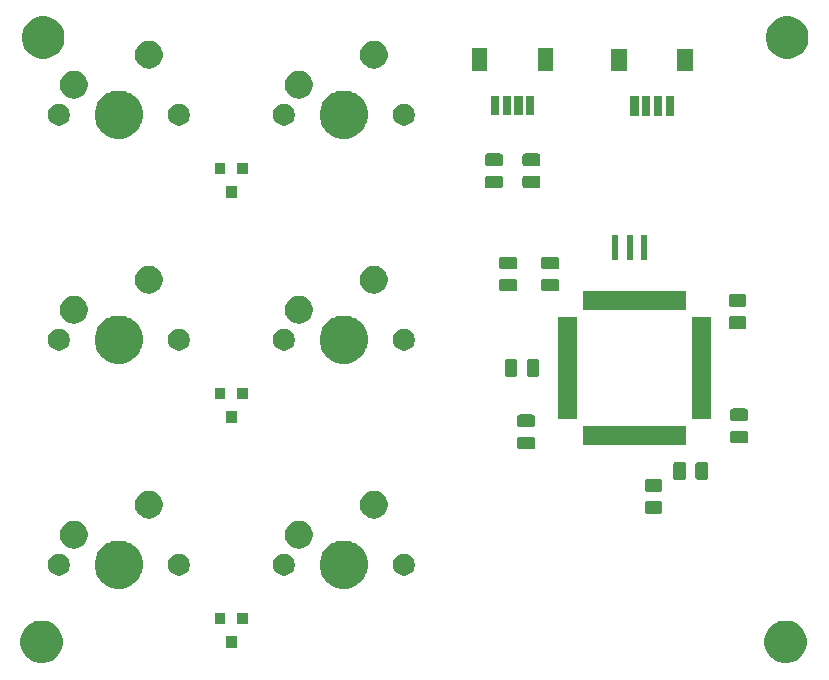
<source format=gbs>
G04 #@! TF.GenerationSoftware,KiCad,Pcbnew,(5.1.2)-2*
G04 #@! TF.CreationDate,2020-07-12T21:59:46+03:00*
G04 #@! TF.ProjectId,KB-Prototype,4b422d50-726f-4746-9f74-7970652e6b69,rev?*
G04 #@! TF.SameCoordinates,Original*
G04 #@! TF.FileFunction,Soldermask,Bot*
G04 #@! TF.FilePolarity,Negative*
%FSLAX46Y46*%
G04 Gerber Fmt 4.6, Leading zero omitted, Abs format (unit mm)*
G04 Created by KiCad (PCBNEW (5.1.2)-2) date 2020-07-12 21:59:46*
%MOMM*%
%LPD*%
G04 APERTURE LIST*
%ADD10C,0.100000*%
G04 APERTURE END LIST*
D10*
G36*
X90314331Y-76246211D02*
G01*
X90642092Y-76381974D01*
X90937070Y-76579072D01*
X91187928Y-76829930D01*
X91385026Y-77124908D01*
X91520789Y-77452669D01*
X91590000Y-77800616D01*
X91590000Y-78155384D01*
X91520789Y-78503331D01*
X91385026Y-78831092D01*
X91187928Y-79126070D01*
X90937070Y-79376928D01*
X90642092Y-79574026D01*
X90314331Y-79709789D01*
X89966384Y-79779000D01*
X89611616Y-79779000D01*
X89263669Y-79709789D01*
X88935908Y-79574026D01*
X88640930Y-79376928D01*
X88390072Y-79126070D01*
X88192974Y-78831092D01*
X88057211Y-78503331D01*
X87988000Y-78155384D01*
X87988000Y-77800616D01*
X88057211Y-77452669D01*
X88192974Y-77124908D01*
X88390072Y-76829930D01*
X88640930Y-76579072D01*
X88935908Y-76381974D01*
X89263669Y-76246211D01*
X89611616Y-76177000D01*
X89966384Y-76177000D01*
X90314331Y-76246211D01*
X90314331Y-76246211D01*
G37*
G36*
X27322331Y-76246211D02*
G01*
X27650092Y-76381974D01*
X27945070Y-76579072D01*
X28195928Y-76829930D01*
X28393026Y-77124908D01*
X28528789Y-77452669D01*
X28598000Y-77800616D01*
X28598000Y-78155384D01*
X28528789Y-78503331D01*
X28393026Y-78831092D01*
X28195928Y-79126070D01*
X27945070Y-79376928D01*
X27650092Y-79574026D01*
X27322331Y-79709789D01*
X26974384Y-79779000D01*
X26619616Y-79779000D01*
X26271669Y-79709789D01*
X25943908Y-79574026D01*
X25648930Y-79376928D01*
X25398072Y-79126070D01*
X25200974Y-78831092D01*
X25065211Y-78503331D01*
X24996000Y-78155384D01*
X24996000Y-77800616D01*
X25065211Y-77452669D01*
X25200974Y-77124908D01*
X25398072Y-76829930D01*
X25648930Y-76579072D01*
X25943908Y-76381974D01*
X26271669Y-76246211D01*
X26619616Y-76177000D01*
X26974384Y-76177000D01*
X27322331Y-76246211D01*
X27322331Y-76246211D01*
G37*
G36*
X43313500Y-78494750D02*
G01*
X42411500Y-78494750D01*
X42411500Y-77492750D01*
X43313500Y-77492750D01*
X43313500Y-78494750D01*
X43313500Y-78494750D01*
G37*
G36*
X44263500Y-76494750D02*
G01*
X43361500Y-76494750D01*
X43361500Y-75492750D01*
X44263500Y-75492750D01*
X44263500Y-76494750D01*
X44263500Y-76494750D01*
G37*
G36*
X42363500Y-76494750D02*
G01*
X41461500Y-76494750D01*
X41461500Y-75492750D01*
X42363500Y-75492750D01*
X42363500Y-76494750D01*
X42363500Y-76494750D01*
G37*
G36*
X52983974Y-69471184D02*
G01*
X53201974Y-69561483D01*
X53356123Y-69625333D01*
X53691048Y-69849123D01*
X53975877Y-70133952D01*
X54199667Y-70468877D01*
X54232062Y-70547086D01*
X54353816Y-70841026D01*
X54432400Y-71236094D01*
X54432400Y-71638906D01*
X54353816Y-72033974D01*
X54302951Y-72156772D01*
X54199667Y-72406123D01*
X53975877Y-72741048D01*
X53691048Y-73025877D01*
X53356123Y-73249667D01*
X53201974Y-73313517D01*
X52983974Y-73403816D01*
X52588906Y-73482400D01*
X52186094Y-73482400D01*
X51791026Y-73403816D01*
X51573026Y-73313517D01*
X51418877Y-73249667D01*
X51083952Y-73025877D01*
X50799123Y-72741048D01*
X50575333Y-72406123D01*
X50472049Y-72156772D01*
X50421184Y-72033974D01*
X50342600Y-71638906D01*
X50342600Y-71236094D01*
X50421184Y-70841026D01*
X50542938Y-70547086D01*
X50575333Y-70468877D01*
X50799123Y-70133952D01*
X51083952Y-69849123D01*
X51418877Y-69625333D01*
X51573026Y-69561483D01*
X51791026Y-69471184D01*
X52186094Y-69392600D01*
X52588906Y-69392600D01*
X52983974Y-69471184D01*
X52983974Y-69471184D01*
G37*
G36*
X33933974Y-69471184D02*
G01*
X34151974Y-69561483D01*
X34306123Y-69625333D01*
X34641048Y-69849123D01*
X34925877Y-70133952D01*
X35149667Y-70468877D01*
X35182062Y-70547086D01*
X35303816Y-70841026D01*
X35382400Y-71236094D01*
X35382400Y-71638906D01*
X35303816Y-72033974D01*
X35252951Y-72156772D01*
X35149667Y-72406123D01*
X34925877Y-72741048D01*
X34641048Y-73025877D01*
X34306123Y-73249667D01*
X34151974Y-73313517D01*
X33933974Y-73403816D01*
X33538906Y-73482400D01*
X33136094Y-73482400D01*
X32741026Y-73403816D01*
X32523026Y-73313517D01*
X32368877Y-73249667D01*
X32033952Y-73025877D01*
X31749123Y-72741048D01*
X31525333Y-72406123D01*
X31422049Y-72156772D01*
X31371184Y-72033974D01*
X31292600Y-71638906D01*
X31292600Y-71236094D01*
X31371184Y-70841026D01*
X31492938Y-70547086D01*
X31525333Y-70468877D01*
X31749123Y-70133952D01*
X32033952Y-69849123D01*
X32368877Y-69625333D01*
X32523026Y-69561483D01*
X32741026Y-69471184D01*
X33136094Y-69392600D01*
X33538906Y-69392600D01*
X33933974Y-69471184D01*
X33933974Y-69471184D01*
G37*
G36*
X28527604Y-70547085D02*
G01*
X28696126Y-70616889D01*
X28847791Y-70718228D01*
X28976772Y-70847209D01*
X29078111Y-70998874D01*
X29147915Y-71167396D01*
X29183500Y-71346297D01*
X29183500Y-71528703D01*
X29147915Y-71707604D01*
X29078111Y-71876126D01*
X28976772Y-72027791D01*
X28847791Y-72156772D01*
X28696126Y-72258111D01*
X28527604Y-72327915D01*
X28348703Y-72363500D01*
X28166297Y-72363500D01*
X27987396Y-72327915D01*
X27818874Y-72258111D01*
X27667209Y-72156772D01*
X27538228Y-72027791D01*
X27436889Y-71876126D01*
X27367085Y-71707604D01*
X27331500Y-71528703D01*
X27331500Y-71346297D01*
X27367085Y-71167396D01*
X27436889Y-70998874D01*
X27538228Y-70847209D01*
X27667209Y-70718228D01*
X27818874Y-70616889D01*
X27987396Y-70547085D01*
X28166297Y-70511500D01*
X28348703Y-70511500D01*
X28527604Y-70547085D01*
X28527604Y-70547085D01*
G37*
G36*
X47577604Y-70547085D02*
G01*
X47746126Y-70616889D01*
X47897791Y-70718228D01*
X48026772Y-70847209D01*
X48128111Y-70998874D01*
X48197915Y-71167396D01*
X48233500Y-71346297D01*
X48233500Y-71528703D01*
X48197915Y-71707604D01*
X48128111Y-71876126D01*
X48026772Y-72027791D01*
X47897791Y-72156772D01*
X47746126Y-72258111D01*
X47577604Y-72327915D01*
X47398703Y-72363500D01*
X47216297Y-72363500D01*
X47037396Y-72327915D01*
X46868874Y-72258111D01*
X46717209Y-72156772D01*
X46588228Y-72027791D01*
X46486889Y-71876126D01*
X46417085Y-71707604D01*
X46381500Y-71528703D01*
X46381500Y-71346297D01*
X46417085Y-71167396D01*
X46486889Y-70998874D01*
X46588228Y-70847209D01*
X46717209Y-70718228D01*
X46868874Y-70616889D01*
X47037396Y-70547085D01*
X47216297Y-70511500D01*
X47398703Y-70511500D01*
X47577604Y-70547085D01*
X47577604Y-70547085D01*
G37*
G36*
X57737604Y-70547085D02*
G01*
X57906126Y-70616889D01*
X58057791Y-70718228D01*
X58186772Y-70847209D01*
X58288111Y-70998874D01*
X58357915Y-71167396D01*
X58393500Y-71346297D01*
X58393500Y-71528703D01*
X58357915Y-71707604D01*
X58288111Y-71876126D01*
X58186772Y-72027791D01*
X58057791Y-72156772D01*
X57906126Y-72258111D01*
X57737604Y-72327915D01*
X57558703Y-72363500D01*
X57376297Y-72363500D01*
X57197396Y-72327915D01*
X57028874Y-72258111D01*
X56877209Y-72156772D01*
X56748228Y-72027791D01*
X56646889Y-71876126D01*
X56577085Y-71707604D01*
X56541500Y-71528703D01*
X56541500Y-71346297D01*
X56577085Y-71167396D01*
X56646889Y-70998874D01*
X56748228Y-70847209D01*
X56877209Y-70718228D01*
X57028874Y-70616889D01*
X57197396Y-70547085D01*
X57376297Y-70511500D01*
X57558703Y-70511500D01*
X57737604Y-70547085D01*
X57737604Y-70547085D01*
G37*
G36*
X38687604Y-70547085D02*
G01*
X38856126Y-70616889D01*
X39007791Y-70718228D01*
X39136772Y-70847209D01*
X39238111Y-70998874D01*
X39307915Y-71167396D01*
X39343500Y-71346297D01*
X39343500Y-71528703D01*
X39307915Y-71707604D01*
X39238111Y-71876126D01*
X39136772Y-72027791D01*
X39007791Y-72156772D01*
X38856126Y-72258111D01*
X38687604Y-72327915D01*
X38508703Y-72363500D01*
X38326297Y-72363500D01*
X38147396Y-72327915D01*
X37978874Y-72258111D01*
X37827209Y-72156772D01*
X37698228Y-72027791D01*
X37596889Y-71876126D01*
X37527085Y-71707604D01*
X37491500Y-71528703D01*
X37491500Y-71346297D01*
X37527085Y-71167396D01*
X37596889Y-70998874D01*
X37698228Y-70847209D01*
X37827209Y-70718228D01*
X37978874Y-70616889D01*
X38147396Y-70547085D01*
X38326297Y-70511500D01*
X38508703Y-70511500D01*
X38687604Y-70547085D01*
X38687604Y-70547085D01*
G37*
G36*
X29719060Y-67736564D02*
G01*
X29870527Y-67766693D01*
X30084545Y-67855342D01*
X30084546Y-67855343D01*
X30277154Y-67984039D01*
X30440961Y-68147846D01*
X30526758Y-68276251D01*
X30569658Y-68340455D01*
X30658307Y-68554473D01*
X30703500Y-68781674D01*
X30703500Y-69013326D01*
X30658307Y-69240527D01*
X30569658Y-69454545D01*
X30569657Y-69454546D01*
X30440961Y-69647154D01*
X30277154Y-69810961D01*
X30220040Y-69849123D01*
X30084545Y-69939658D01*
X29870527Y-70028307D01*
X29719060Y-70058436D01*
X29643327Y-70073500D01*
X29411673Y-70073500D01*
X29335940Y-70058436D01*
X29184473Y-70028307D01*
X28970455Y-69939658D01*
X28834960Y-69849123D01*
X28777846Y-69810961D01*
X28614039Y-69647154D01*
X28485343Y-69454546D01*
X28485342Y-69454545D01*
X28396693Y-69240527D01*
X28351500Y-69013326D01*
X28351500Y-68781674D01*
X28396693Y-68554473D01*
X28485342Y-68340455D01*
X28528242Y-68276251D01*
X28614039Y-68147846D01*
X28777846Y-67984039D01*
X28970454Y-67855343D01*
X28970455Y-67855342D01*
X29184473Y-67766693D01*
X29335940Y-67736564D01*
X29411673Y-67721500D01*
X29643327Y-67721500D01*
X29719060Y-67736564D01*
X29719060Y-67736564D01*
G37*
G36*
X48769060Y-67736564D02*
G01*
X48920527Y-67766693D01*
X49134545Y-67855342D01*
X49134546Y-67855343D01*
X49327154Y-67984039D01*
X49490961Y-68147846D01*
X49576758Y-68276251D01*
X49619658Y-68340455D01*
X49708307Y-68554473D01*
X49753500Y-68781674D01*
X49753500Y-69013326D01*
X49708307Y-69240527D01*
X49619658Y-69454545D01*
X49619657Y-69454546D01*
X49490961Y-69647154D01*
X49327154Y-69810961D01*
X49270040Y-69849123D01*
X49134545Y-69939658D01*
X48920527Y-70028307D01*
X48769060Y-70058436D01*
X48693327Y-70073500D01*
X48461673Y-70073500D01*
X48385940Y-70058436D01*
X48234473Y-70028307D01*
X48020455Y-69939658D01*
X47884960Y-69849123D01*
X47827846Y-69810961D01*
X47664039Y-69647154D01*
X47535343Y-69454546D01*
X47535342Y-69454545D01*
X47446693Y-69240527D01*
X47401500Y-69013326D01*
X47401500Y-68781674D01*
X47446693Y-68554473D01*
X47535342Y-68340455D01*
X47578242Y-68276251D01*
X47664039Y-68147846D01*
X47827846Y-67984039D01*
X48020454Y-67855343D01*
X48020455Y-67855342D01*
X48234473Y-67766693D01*
X48385940Y-67736564D01*
X48461673Y-67721500D01*
X48693327Y-67721500D01*
X48769060Y-67736564D01*
X48769060Y-67736564D01*
G37*
G36*
X55119060Y-65196564D02*
G01*
X55270527Y-65226693D01*
X55484545Y-65315342D01*
X55484546Y-65315343D01*
X55677154Y-65444039D01*
X55840961Y-65607846D01*
X55926758Y-65736251D01*
X55969658Y-65800455D01*
X56058307Y-66014473D01*
X56103500Y-66241674D01*
X56103500Y-66473326D01*
X56058307Y-66700527D01*
X55969658Y-66914545D01*
X55964602Y-66922112D01*
X55840961Y-67107154D01*
X55677154Y-67270961D01*
X55548749Y-67356758D01*
X55484545Y-67399658D01*
X55270527Y-67488307D01*
X55119060Y-67518436D01*
X55043327Y-67533500D01*
X54811673Y-67533500D01*
X54735940Y-67518436D01*
X54584473Y-67488307D01*
X54370455Y-67399658D01*
X54306251Y-67356758D01*
X54177846Y-67270961D01*
X54014039Y-67107154D01*
X53890398Y-66922112D01*
X53885342Y-66914545D01*
X53796693Y-66700527D01*
X53751500Y-66473326D01*
X53751500Y-66241674D01*
X53796693Y-66014473D01*
X53885342Y-65800455D01*
X53928242Y-65736251D01*
X54014039Y-65607846D01*
X54177846Y-65444039D01*
X54370454Y-65315343D01*
X54370455Y-65315342D01*
X54584473Y-65226693D01*
X54735940Y-65196564D01*
X54811673Y-65181500D01*
X55043327Y-65181500D01*
X55119060Y-65196564D01*
X55119060Y-65196564D01*
G37*
G36*
X36069060Y-65196564D02*
G01*
X36220527Y-65226693D01*
X36434545Y-65315342D01*
X36434546Y-65315343D01*
X36627154Y-65444039D01*
X36790961Y-65607846D01*
X36876758Y-65736251D01*
X36919658Y-65800455D01*
X37008307Y-66014473D01*
X37053500Y-66241674D01*
X37053500Y-66473326D01*
X37008307Y-66700527D01*
X36919658Y-66914545D01*
X36914602Y-66922112D01*
X36790961Y-67107154D01*
X36627154Y-67270961D01*
X36498749Y-67356758D01*
X36434545Y-67399658D01*
X36220527Y-67488307D01*
X36069060Y-67518436D01*
X35993327Y-67533500D01*
X35761673Y-67533500D01*
X35685940Y-67518436D01*
X35534473Y-67488307D01*
X35320455Y-67399658D01*
X35256251Y-67356758D01*
X35127846Y-67270961D01*
X34964039Y-67107154D01*
X34840398Y-66922112D01*
X34835342Y-66914545D01*
X34746693Y-66700527D01*
X34701500Y-66473326D01*
X34701500Y-66241674D01*
X34746693Y-66014473D01*
X34835342Y-65800455D01*
X34878242Y-65736251D01*
X34964039Y-65607846D01*
X35127846Y-65444039D01*
X35320454Y-65315343D01*
X35320455Y-65315342D01*
X35534473Y-65226693D01*
X35685940Y-65196564D01*
X35761673Y-65181500D01*
X35993327Y-65181500D01*
X36069060Y-65196564D01*
X36069060Y-65196564D01*
G37*
G36*
X79197468Y-66062565D02*
G01*
X79236138Y-66074296D01*
X79271777Y-66093346D01*
X79303017Y-66118983D01*
X79328654Y-66150223D01*
X79347704Y-66185862D01*
X79359435Y-66224532D01*
X79364000Y-66270888D01*
X79364000Y-66922112D01*
X79359435Y-66968468D01*
X79347704Y-67007138D01*
X79328654Y-67042777D01*
X79303017Y-67074017D01*
X79271777Y-67099654D01*
X79236138Y-67118704D01*
X79197468Y-67130435D01*
X79151112Y-67135000D01*
X78074888Y-67135000D01*
X78028532Y-67130435D01*
X77989862Y-67118704D01*
X77954223Y-67099654D01*
X77922983Y-67074017D01*
X77897346Y-67042777D01*
X77878296Y-67007138D01*
X77866565Y-66968468D01*
X77862000Y-66922112D01*
X77862000Y-66270888D01*
X77866565Y-66224532D01*
X77878296Y-66185862D01*
X77897346Y-66150223D01*
X77922983Y-66118983D01*
X77954223Y-66093346D01*
X77989862Y-66074296D01*
X78028532Y-66062565D01*
X78074888Y-66058000D01*
X79151112Y-66058000D01*
X79197468Y-66062565D01*
X79197468Y-66062565D01*
G37*
G36*
X79197468Y-64187565D02*
G01*
X79236138Y-64199296D01*
X79271777Y-64218346D01*
X79303017Y-64243983D01*
X79328654Y-64275223D01*
X79347704Y-64310862D01*
X79359435Y-64349532D01*
X79364000Y-64395888D01*
X79364000Y-65047112D01*
X79359435Y-65093468D01*
X79347704Y-65132138D01*
X79328654Y-65167777D01*
X79303017Y-65199017D01*
X79271777Y-65224654D01*
X79236138Y-65243704D01*
X79197468Y-65255435D01*
X79151112Y-65260000D01*
X78074888Y-65260000D01*
X78028532Y-65255435D01*
X77989862Y-65243704D01*
X77954223Y-65224654D01*
X77922983Y-65199017D01*
X77897346Y-65167777D01*
X77878296Y-65132138D01*
X77866565Y-65093468D01*
X77862000Y-65047112D01*
X77862000Y-64395888D01*
X77866565Y-64349532D01*
X77878296Y-64310862D01*
X77897346Y-64275223D01*
X77922983Y-64243983D01*
X77954223Y-64218346D01*
X77989862Y-64199296D01*
X78028532Y-64187565D01*
X78074888Y-64183000D01*
X79151112Y-64183000D01*
X79197468Y-64187565D01*
X79197468Y-64187565D01*
G37*
G36*
X83065718Y-62753565D02*
G01*
X83104388Y-62765296D01*
X83140027Y-62784346D01*
X83171267Y-62809983D01*
X83196904Y-62841223D01*
X83215954Y-62876862D01*
X83227685Y-62915532D01*
X83232250Y-62961888D01*
X83232250Y-64038112D01*
X83227685Y-64084468D01*
X83215954Y-64123138D01*
X83196904Y-64158777D01*
X83171267Y-64190017D01*
X83140027Y-64215654D01*
X83104388Y-64234704D01*
X83065718Y-64246435D01*
X83019362Y-64251000D01*
X82368138Y-64251000D01*
X82321782Y-64246435D01*
X82283112Y-64234704D01*
X82247473Y-64215654D01*
X82216233Y-64190017D01*
X82190596Y-64158777D01*
X82171546Y-64123138D01*
X82159815Y-64084468D01*
X82155250Y-64038112D01*
X82155250Y-62961888D01*
X82159815Y-62915532D01*
X82171546Y-62876862D01*
X82190596Y-62841223D01*
X82216233Y-62809983D01*
X82247473Y-62784346D01*
X82283112Y-62765296D01*
X82321782Y-62753565D01*
X82368138Y-62749000D01*
X83019362Y-62749000D01*
X83065718Y-62753565D01*
X83065718Y-62753565D01*
G37*
G36*
X81190718Y-62753565D02*
G01*
X81229388Y-62765296D01*
X81265027Y-62784346D01*
X81296267Y-62809983D01*
X81321904Y-62841223D01*
X81340954Y-62876862D01*
X81352685Y-62915532D01*
X81357250Y-62961888D01*
X81357250Y-64038112D01*
X81352685Y-64084468D01*
X81340954Y-64123138D01*
X81321904Y-64158777D01*
X81296267Y-64190017D01*
X81265027Y-64215654D01*
X81229388Y-64234704D01*
X81190718Y-64246435D01*
X81144362Y-64251000D01*
X80493138Y-64251000D01*
X80446782Y-64246435D01*
X80408112Y-64234704D01*
X80372473Y-64215654D01*
X80341233Y-64190017D01*
X80315596Y-64158777D01*
X80296546Y-64123138D01*
X80284815Y-64084468D01*
X80280250Y-64038112D01*
X80280250Y-62961888D01*
X80284815Y-62915532D01*
X80296546Y-62876862D01*
X80315596Y-62841223D01*
X80341233Y-62809983D01*
X80372473Y-62784346D01*
X80408112Y-62765296D01*
X80446782Y-62753565D01*
X80493138Y-62749000D01*
X81144362Y-62749000D01*
X81190718Y-62753565D01*
X81190718Y-62753565D01*
G37*
G36*
X68402468Y-60601565D02*
G01*
X68441138Y-60613296D01*
X68476777Y-60632346D01*
X68508017Y-60657983D01*
X68533654Y-60689223D01*
X68552704Y-60724862D01*
X68564435Y-60763532D01*
X68569000Y-60809888D01*
X68569000Y-61461112D01*
X68564435Y-61507468D01*
X68552704Y-61546138D01*
X68533654Y-61581777D01*
X68508017Y-61613017D01*
X68476777Y-61638654D01*
X68441138Y-61657704D01*
X68402468Y-61669435D01*
X68356112Y-61674000D01*
X67279888Y-61674000D01*
X67233532Y-61669435D01*
X67194862Y-61657704D01*
X67159223Y-61638654D01*
X67127983Y-61613017D01*
X67102346Y-61581777D01*
X67083296Y-61546138D01*
X67071565Y-61507468D01*
X67067000Y-61461112D01*
X67067000Y-60809888D01*
X67071565Y-60763532D01*
X67083296Y-60724862D01*
X67102346Y-60689223D01*
X67127983Y-60657983D01*
X67159223Y-60632346D01*
X67194862Y-60613296D01*
X67233532Y-60601565D01*
X67279888Y-60597000D01*
X68356112Y-60597000D01*
X68402468Y-60601565D01*
X68402468Y-60601565D01*
G37*
G36*
X81319750Y-61269750D02*
G01*
X72667750Y-61269750D01*
X72667750Y-59667750D01*
X81319750Y-59667750D01*
X81319750Y-61269750D01*
X81319750Y-61269750D01*
G37*
G36*
X86436468Y-60093565D02*
G01*
X86475138Y-60105296D01*
X86510777Y-60124346D01*
X86542017Y-60149983D01*
X86567654Y-60181223D01*
X86586704Y-60216862D01*
X86598435Y-60255532D01*
X86603000Y-60301888D01*
X86603000Y-60953112D01*
X86598435Y-60999468D01*
X86586704Y-61038138D01*
X86567654Y-61073777D01*
X86542017Y-61105017D01*
X86510777Y-61130654D01*
X86475138Y-61149704D01*
X86436468Y-61161435D01*
X86390112Y-61166000D01*
X85313888Y-61166000D01*
X85267532Y-61161435D01*
X85228862Y-61149704D01*
X85193223Y-61130654D01*
X85161983Y-61105017D01*
X85136346Y-61073777D01*
X85117296Y-61038138D01*
X85105565Y-60999468D01*
X85101000Y-60953112D01*
X85101000Y-60301888D01*
X85105565Y-60255532D01*
X85117296Y-60216862D01*
X85136346Y-60181223D01*
X85161983Y-60149983D01*
X85193223Y-60124346D01*
X85228862Y-60105296D01*
X85267532Y-60093565D01*
X85313888Y-60089000D01*
X86390112Y-60089000D01*
X86436468Y-60093565D01*
X86436468Y-60093565D01*
G37*
G36*
X68402468Y-58726565D02*
G01*
X68441138Y-58738296D01*
X68476777Y-58757346D01*
X68508017Y-58782983D01*
X68533654Y-58814223D01*
X68552704Y-58849862D01*
X68564435Y-58888532D01*
X68569000Y-58934888D01*
X68569000Y-59586112D01*
X68564435Y-59632468D01*
X68552704Y-59671138D01*
X68533654Y-59706777D01*
X68508017Y-59738017D01*
X68476777Y-59763654D01*
X68441138Y-59782704D01*
X68402468Y-59794435D01*
X68356112Y-59799000D01*
X67279888Y-59799000D01*
X67233532Y-59794435D01*
X67194862Y-59782704D01*
X67159223Y-59763654D01*
X67127983Y-59738017D01*
X67102346Y-59706777D01*
X67083296Y-59671138D01*
X67071565Y-59632468D01*
X67067000Y-59586112D01*
X67067000Y-58934888D01*
X67071565Y-58888532D01*
X67083296Y-58849862D01*
X67102346Y-58814223D01*
X67127983Y-58782983D01*
X67159223Y-58757346D01*
X67194862Y-58738296D01*
X67233532Y-58726565D01*
X67279888Y-58722000D01*
X68356112Y-58722000D01*
X68402468Y-58726565D01*
X68402468Y-58726565D01*
G37*
G36*
X43313500Y-59444750D02*
G01*
X42411500Y-59444750D01*
X42411500Y-58442750D01*
X43313500Y-58442750D01*
X43313500Y-59444750D01*
X43313500Y-59444750D01*
G37*
G36*
X86436468Y-58218565D02*
G01*
X86475138Y-58230296D01*
X86510777Y-58249346D01*
X86542017Y-58274983D01*
X86567654Y-58306223D01*
X86586704Y-58341862D01*
X86598435Y-58380532D01*
X86603000Y-58426888D01*
X86603000Y-59078112D01*
X86598435Y-59124468D01*
X86586704Y-59163138D01*
X86567654Y-59198777D01*
X86542017Y-59230017D01*
X86510777Y-59255654D01*
X86475138Y-59274704D01*
X86436468Y-59286435D01*
X86390112Y-59291000D01*
X85313888Y-59291000D01*
X85267532Y-59286435D01*
X85228862Y-59274704D01*
X85193223Y-59255654D01*
X85161983Y-59230017D01*
X85136346Y-59198777D01*
X85117296Y-59163138D01*
X85105565Y-59124468D01*
X85101000Y-59078112D01*
X85101000Y-58426888D01*
X85105565Y-58380532D01*
X85117296Y-58341862D01*
X85136346Y-58306223D01*
X85161983Y-58274983D01*
X85193223Y-58249346D01*
X85228862Y-58230296D01*
X85267532Y-58218565D01*
X85313888Y-58214000D01*
X86390112Y-58214000D01*
X86436468Y-58218565D01*
X86436468Y-58218565D01*
G37*
G36*
X83494750Y-59094750D02*
G01*
X81892750Y-59094750D01*
X81892750Y-50442750D01*
X83494750Y-50442750D01*
X83494750Y-59094750D01*
X83494750Y-59094750D01*
G37*
G36*
X72094750Y-59094750D02*
G01*
X70492750Y-59094750D01*
X70492750Y-50442750D01*
X72094750Y-50442750D01*
X72094750Y-59094750D01*
X72094750Y-59094750D01*
G37*
G36*
X44263500Y-57444750D02*
G01*
X43361500Y-57444750D01*
X43361500Y-56442750D01*
X44263500Y-56442750D01*
X44263500Y-57444750D01*
X44263500Y-57444750D01*
G37*
G36*
X42363500Y-57444750D02*
G01*
X41461500Y-57444750D01*
X41461500Y-56442750D01*
X42363500Y-56442750D01*
X42363500Y-57444750D01*
X42363500Y-57444750D01*
G37*
G36*
X68778218Y-54022315D02*
G01*
X68816888Y-54034046D01*
X68852527Y-54053096D01*
X68883767Y-54078733D01*
X68909404Y-54109973D01*
X68928454Y-54145612D01*
X68940185Y-54184282D01*
X68944750Y-54230638D01*
X68944750Y-55306862D01*
X68940185Y-55353218D01*
X68928454Y-55391888D01*
X68909404Y-55427527D01*
X68883767Y-55458767D01*
X68852527Y-55484404D01*
X68816888Y-55503454D01*
X68778218Y-55515185D01*
X68731862Y-55519750D01*
X68080638Y-55519750D01*
X68034282Y-55515185D01*
X67995612Y-55503454D01*
X67959973Y-55484404D01*
X67928733Y-55458767D01*
X67903096Y-55427527D01*
X67884046Y-55391888D01*
X67872315Y-55353218D01*
X67867750Y-55306862D01*
X67867750Y-54230638D01*
X67872315Y-54184282D01*
X67884046Y-54145612D01*
X67903096Y-54109973D01*
X67928733Y-54078733D01*
X67959973Y-54053096D01*
X67995612Y-54034046D01*
X68034282Y-54022315D01*
X68080638Y-54017750D01*
X68731862Y-54017750D01*
X68778218Y-54022315D01*
X68778218Y-54022315D01*
G37*
G36*
X66903218Y-54022315D02*
G01*
X66941888Y-54034046D01*
X66977527Y-54053096D01*
X67008767Y-54078733D01*
X67034404Y-54109973D01*
X67053454Y-54145612D01*
X67065185Y-54184282D01*
X67069750Y-54230638D01*
X67069750Y-55306862D01*
X67065185Y-55353218D01*
X67053454Y-55391888D01*
X67034404Y-55427527D01*
X67008767Y-55458767D01*
X66977527Y-55484404D01*
X66941888Y-55503454D01*
X66903218Y-55515185D01*
X66856862Y-55519750D01*
X66205638Y-55519750D01*
X66159282Y-55515185D01*
X66120612Y-55503454D01*
X66084973Y-55484404D01*
X66053733Y-55458767D01*
X66028096Y-55427527D01*
X66009046Y-55391888D01*
X65997315Y-55353218D01*
X65992750Y-55306862D01*
X65992750Y-54230638D01*
X65997315Y-54184282D01*
X66009046Y-54145612D01*
X66028096Y-54109973D01*
X66053733Y-54078733D01*
X66084973Y-54053096D01*
X66120612Y-54034046D01*
X66159282Y-54022315D01*
X66205638Y-54017750D01*
X66856862Y-54017750D01*
X66903218Y-54022315D01*
X66903218Y-54022315D01*
G37*
G36*
X33933974Y-50421184D02*
G01*
X34151974Y-50511483D01*
X34306123Y-50575333D01*
X34641048Y-50799123D01*
X34925877Y-51083952D01*
X35149667Y-51418877D01*
X35182062Y-51497086D01*
X35303816Y-51791026D01*
X35382400Y-52186094D01*
X35382400Y-52588906D01*
X35303816Y-52983974D01*
X35252951Y-53106772D01*
X35149667Y-53356123D01*
X34925877Y-53691048D01*
X34641048Y-53975877D01*
X34306123Y-54199667D01*
X34151974Y-54263517D01*
X33933974Y-54353816D01*
X33538906Y-54432400D01*
X33136094Y-54432400D01*
X32741026Y-54353816D01*
X32523026Y-54263517D01*
X32368877Y-54199667D01*
X32033952Y-53975877D01*
X31749123Y-53691048D01*
X31525333Y-53356123D01*
X31422049Y-53106772D01*
X31371184Y-52983974D01*
X31292600Y-52588906D01*
X31292600Y-52186094D01*
X31371184Y-51791026D01*
X31492938Y-51497086D01*
X31525333Y-51418877D01*
X31749123Y-51083952D01*
X32033952Y-50799123D01*
X32368877Y-50575333D01*
X32523026Y-50511483D01*
X32741026Y-50421184D01*
X33136094Y-50342600D01*
X33538906Y-50342600D01*
X33933974Y-50421184D01*
X33933974Y-50421184D01*
G37*
G36*
X52983974Y-50421184D02*
G01*
X53201974Y-50511483D01*
X53356123Y-50575333D01*
X53691048Y-50799123D01*
X53975877Y-51083952D01*
X54199667Y-51418877D01*
X54232062Y-51497086D01*
X54353816Y-51791026D01*
X54432400Y-52186094D01*
X54432400Y-52588906D01*
X54353816Y-52983974D01*
X54302951Y-53106772D01*
X54199667Y-53356123D01*
X53975877Y-53691048D01*
X53691048Y-53975877D01*
X53356123Y-54199667D01*
X53201974Y-54263517D01*
X52983974Y-54353816D01*
X52588906Y-54432400D01*
X52186094Y-54432400D01*
X51791026Y-54353816D01*
X51573026Y-54263517D01*
X51418877Y-54199667D01*
X51083952Y-53975877D01*
X50799123Y-53691048D01*
X50575333Y-53356123D01*
X50472049Y-53106772D01*
X50421184Y-52983974D01*
X50342600Y-52588906D01*
X50342600Y-52186094D01*
X50421184Y-51791026D01*
X50542938Y-51497086D01*
X50575333Y-51418877D01*
X50799123Y-51083952D01*
X51083952Y-50799123D01*
X51418877Y-50575333D01*
X51573026Y-50511483D01*
X51791026Y-50421184D01*
X52186094Y-50342600D01*
X52588906Y-50342600D01*
X52983974Y-50421184D01*
X52983974Y-50421184D01*
G37*
G36*
X38687604Y-51497085D02*
G01*
X38856126Y-51566889D01*
X39007791Y-51668228D01*
X39136772Y-51797209D01*
X39238111Y-51948874D01*
X39307915Y-52117396D01*
X39343500Y-52296297D01*
X39343500Y-52478703D01*
X39307915Y-52657604D01*
X39238111Y-52826126D01*
X39136772Y-52977791D01*
X39007791Y-53106772D01*
X38856126Y-53208111D01*
X38687604Y-53277915D01*
X38508703Y-53313500D01*
X38326297Y-53313500D01*
X38147396Y-53277915D01*
X37978874Y-53208111D01*
X37827209Y-53106772D01*
X37698228Y-52977791D01*
X37596889Y-52826126D01*
X37527085Y-52657604D01*
X37491500Y-52478703D01*
X37491500Y-52296297D01*
X37527085Y-52117396D01*
X37596889Y-51948874D01*
X37698228Y-51797209D01*
X37827209Y-51668228D01*
X37978874Y-51566889D01*
X38147396Y-51497085D01*
X38326297Y-51461500D01*
X38508703Y-51461500D01*
X38687604Y-51497085D01*
X38687604Y-51497085D01*
G37*
G36*
X28527604Y-51497085D02*
G01*
X28696126Y-51566889D01*
X28847791Y-51668228D01*
X28976772Y-51797209D01*
X29078111Y-51948874D01*
X29147915Y-52117396D01*
X29183500Y-52296297D01*
X29183500Y-52478703D01*
X29147915Y-52657604D01*
X29078111Y-52826126D01*
X28976772Y-52977791D01*
X28847791Y-53106772D01*
X28696126Y-53208111D01*
X28527604Y-53277915D01*
X28348703Y-53313500D01*
X28166297Y-53313500D01*
X27987396Y-53277915D01*
X27818874Y-53208111D01*
X27667209Y-53106772D01*
X27538228Y-52977791D01*
X27436889Y-52826126D01*
X27367085Y-52657604D01*
X27331500Y-52478703D01*
X27331500Y-52296297D01*
X27367085Y-52117396D01*
X27436889Y-51948874D01*
X27538228Y-51797209D01*
X27667209Y-51668228D01*
X27818874Y-51566889D01*
X27987396Y-51497085D01*
X28166297Y-51461500D01*
X28348703Y-51461500D01*
X28527604Y-51497085D01*
X28527604Y-51497085D01*
G37*
G36*
X47577604Y-51497085D02*
G01*
X47746126Y-51566889D01*
X47897791Y-51668228D01*
X48026772Y-51797209D01*
X48128111Y-51948874D01*
X48197915Y-52117396D01*
X48233500Y-52296297D01*
X48233500Y-52478703D01*
X48197915Y-52657604D01*
X48128111Y-52826126D01*
X48026772Y-52977791D01*
X47897791Y-53106772D01*
X47746126Y-53208111D01*
X47577604Y-53277915D01*
X47398703Y-53313500D01*
X47216297Y-53313500D01*
X47037396Y-53277915D01*
X46868874Y-53208111D01*
X46717209Y-53106772D01*
X46588228Y-52977791D01*
X46486889Y-52826126D01*
X46417085Y-52657604D01*
X46381500Y-52478703D01*
X46381500Y-52296297D01*
X46417085Y-52117396D01*
X46486889Y-51948874D01*
X46588228Y-51797209D01*
X46717209Y-51668228D01*
X46868874Y-51566889D01*
X47037396Y-51497085D01*
X47216297Y-51461500D01*
X47398703Y-51461500D01*
X47577604Y-51497085D01*
X47577604Y-51497085D01*
G37*
G36*
X57737604Y-51497085D02*
G01*
X57906126Y-51566889D01*
X58057791Y-51668228D01*
X58186772Y-51797209D01*
X58288111Y-51948874D01*
X58357915Y-52117396D01*
X58393500Y-52296297D01*
X58393500Y-52478703D01*
X58357915Y-52657604D01*
X58288111Y-52826126D01*
X58186772Y-52977791D01*
X58057791Y-53106772D01*
X57906126Y-53208111D01*
X57737604Y-53277915D01*
X57558703Y-53313500D01*
X57376297Y-53313500D01*
X57197396Y-53277915D01*
X57028874Y-53208111D01*
X56877209Y-53106772D01*
X56748228Y-52977791D01*
X56646889Y-52826126D01*
X56577085Y-52657604D01*
X56541500Y-52478703D01*
X56541500Y-52296297D01*
X56577085Y-52117396D01*
X56646889Y-51948874D01*
X56748228Y-51797209D01*
X56877209Y-51668228D01*
X57028874Y-51566889D01*
X57197396Y-51497085D01*
X57376297Y-51461500D01*
X57558703Y-51461500D01*
X57737604Y-51497085D01*
X57737604Y-51497085D01*
G37*
G36*
X86309468Y-50409815D02*
G01*
X86348138Y-50421546D01*
X86383777Y-50440596D01*
X86415017Y-50466233D01*
X86440654Y-50497473D01*
X86459704Y-50533112D01*
X86471435Y-50571782D01*
X86476000Y-50618138D01*
X86476000Y-51269362D01*
X86471435Y-51315718D01*
X86459704Y-51354388D01*
X86440654Y-51390027D01*
X86415017Y-51421267D01*
X86383777Y-51446904D01*
X86348138Y-51465954D01*
X86309468Y-51477685D01*
X86263112Y-51482250D01*
X85186888Y-51482250D01*
X85140532Y-51477685D01*
X85101862Y-51465954D01*
X85066223Y-51446904D01*
X85034983Y-51421267D01*
X85009346Y-51390027D01*
X84990296Y-51354388D01*
X84978565Y-51315718D01*
X84974000Y-51269362D01*
X84974000Y-50618138D01*
X84978565Y-50571782D01*
X84990296Y-50533112D01*
X85009346Y-50497473D01*
X85034983Y-50466233D01*
X85066223Y-50440596D01*
X85101862Y-50421546D01*
X85140532Y-50409815D01*
X85186888Y-50405250D01*
X86263112Y-50405250D01*
X86309468Y-50409815D01*
X86309468Y-50409815D01*
G37*
G36*
X29719060Y-48686564D02*
G01*
X29870527Y-48716693D01*
X30084545Y-48805342D01*
X30084546Y-48805343D01*
X30277154Y-48934039D01*
X30440961Y-49097846D01*
X30526758Y-49226251D01*
X30569658Y-49290455D01*
X30658307Y-49504473D01*
X30703500Y-49731674D01*
X30703500Y-49963326D01*
X30658307Y-50190527D01*
X30569658Y-50404545D01*
X30545569Y-50440596D01*
X30440961Y-50597154D01*
X30277154Y-50760961D01*
X30220040Y-50799123D01*
X30084545Y-50889658D01*
X29870527Y-50978307D01*
X29719060Y-51008436D01*
X29643327Y-51023500D01*
X29411673Y-51023500D01*
X29335940Y-51008436D01*
X29184473Y-50978307D01*
X28970455Y-50889658D01*
X28834960Y-50799123D01*
X28777846Y-50760961D01*
X28614039Y-50597154D01*
X28509431Y-50440596D01*
X28485342Y-50404545D01*
X28396693Y-50190527D01*
X28351500Y-49963326D01*
X28351500Y-49731674D01*
X28396693Y-49504473D01*
X28485342Y-49290455D01*
X28528242Y-49226251D01*
X28614039Y-49097846D01*
X28777846Y-48934039D01*
X28970454Y-48805343D01*
X28970455Y-48805342D01*
X29184473Y-48716693D01*
X29335940Y-48686564D01*
X29411673Y-48671500D01*
X29643327Y-48671500D01*
X29719060Y-48686564D01*
X29719060Y-48686564D01*
G37*
G36*
X48769060Y-48686564D02*
G01*
X48920527Y-48716693D01*
X49134545Y-48805342D01*
X49134546Y-48805343D01*
X49327154Y-48934039D01*
X49490961Y-49097846D01*
X49576758Y-49226251D01*
X49619658Y-49290455D01*
X49708307Y-49504473D01*
X49753500Y-49731674D01*
X49753500Y-49963326D01*
X49708307Y-50190527D01*
X49619658Y-50404545D01*
X49595569Y-50440596D01*
X49490961Y-50597154D01*
X49327154Y-50760961D01*
X49270040Y-50799123D01*
X49134545Y-50889658D01*
X48920527Y-50978307D01*
X48769060Y-51008436D01*
X48693327Y-51023500D01*
X48461673Y-51023500D01*
X48385940Y-51008436D01*
X48234473Y-50978307D01*
X48020455Y-50889658D01*
X47884960Y-50799123D01*
X47827846Y-50760961D01*
X47664039Y-50597154D01*
X47559431Y-50440596D01*
X47535342Y-50404545D01*
X47446693Y-50190527D01*
X47401500Y-49963326D01*
X47401500Y-49731674D01*
X47446693Y-49504473D01*
X47535342Y-49290455D01*
X47578242Y-49226251D01*
X47664039Y-49097846D01*
X47827846Y-48934039D01*
X48020454Y-48805343D01*
X48020455Y-48805342D01*
X48234473Y-48716693D01*
X48385940Y-48686564D01*
X48461673Y-48671500D01*
X48693327Y-48671500D01*
X48769060Y-48686564D01*
X48769060Y-48686564D01*
G37*
G36*
X81319750Y-49869750D02*
G01*
X72667750Y-49869750D01*
X72667750Y-48267750D01*
X81319750Y-48267750D01*
X81319750Y-49869750D01*
X81319750Y-49869750D01*
G37*
G36*
X86309468Y-48534815D02*
G01*
X86348138Y-48546546D01*
X86383777Y-48565596D01*
X86415017Y-48591233D01*
X86440654Y-48622473D01*
X86459704Y-48658112D01*
X86471435Y-48696782D01*
X86476000Y-48743138D01*
X86476000Y-49394362D01*
X86471435Y-49440718D01*
X86459704Y-49479388D01*
X86440654Y-49515027D01*
X86415017Y-49546267D01*
X86383777Y-49571904D01*
X86348138Y-49590954D01*
X86309468Y-49602685D01*
X86263112Y-49607250D01*
X85186888Y-49607250D01*
X85140532Y-49602685D01*
X85101862Y-49590954D01*
X85066223Y-49571904D01*
X85034983Y-49546267D01*
X85009346Y-49515027D01*
X84990296Y-49479388D01*
X84978565Y-49440718D01*
X84974000Y-49394362D01*
X84974000Y-48743138D01*
X84978565Y-48696782D01*
X84990296Y-48658112D01*
X85009346Y-48622473D01*
X85034983Y-48591233D01*
X85066223Y-48565596D01*
X85101862Y-48546546D01*
X85140532Y-48534815D01*
X85186888Y-48530250D01*
X86263112Y-48530250D01*
X86309468Y-48534815D01*
X86309468Y-48534815D01*
G37*
G36*
X55119060Y-46146564D02*
G01*
X55270527Y-46176693D01*
X55484545Y-46265342D01*
X55542981Y-46304388D01*
X55677154Y-46394039D01*
X55840961Y-46557846D01*
X55926758Y-46686251D01*
X55969658Y-46750455D01*
X56058307Y-46964473D01*
X56103500Y-47191674D01*
X56103500Y-47423326D01*
X56058307Y-47650527D01*
X55969658Y-47864545D01*
X55969657Y-47864546D01*
X55840961Y-48057154D01*
X55677154Y-48220961D01*
X55555756Y-48302076D01*
X55484545Y-48349658D01*
X55270527Y-48438307D01*
X55119060Y-48468436D01*
X55043327Y-48483500D01*
X54811673Y-48483500D01*
X54735940Y-48468436D01*
X54584473Y-48438307D01*
X54370455Y-48349658D01*
X54299244Y-48302076D01*
X54177846Y-48220961D01*
X54014039Y-48057154D01*
X53885343Y-47864546D01*
X53885342Y-47864545D01*
X53796693Y-47650527D01*
X53751500Y-47423326D01*
X53751500Y-47191674D01*
X53796693Y-46964473D01*
X53885342Y-46750455D01*
X53928242Y-46686251D01*
X54014039Y-46557846D01*
X54177846Y-46394039D01*
X54312019Y-46304388D01*
X54370455Y-46265342D01*
X54584473Y-46176693D01*
X54735940Y-46146564D01*
X54811673Y-46131500D01*
X55043327Y-46131500D01*
X55119060Y-46146564D01*
X55119060Y-46146564D01*
G37*
G36*
X36069060Y-46146564D02*
G01*
X36220527Y-46176693D01*
X36434545Y-46265342D01*
X36492981Y-46304388D01*
X36627154Y-46394039D01*
X36790961Y-46557846D01*
X36876758Y-46686251D01*
X36919658Y-46750455D01*
X37008307Y-46964473D01*
X37053500Y-47191674D01*
X37053500Y-47423326D01*
X37008307Y-47650527D01*
X36919658Y-47864545D01*
X36919657Y-47864546D01*
X36790961Y-48057154D01*
X36627154Y-48220961D01*
X36505756Y-48302076D01*
X36434545Y-48349658D01*
X36220527Y-48438307D01*
X36069060Y-48468436D01*
X35993327Y-48483500D01*
X35761673Y-48483500D01*
X35685940Y-48468436D01*
X35534473Y-48438307D01*
X35320455Y-48349658D01*
X35249244Y-48302076D01*
X35127846Y-48220961D01*
X34964039Y-48057154D01*
X34835343Y-47864546D01*
X34835342Y-47864545D01*
X34746693Y-47650527D01*
X34701500Y-47423326D01*
X34701500Y-47191674D01*
X34746693Y-46964473D01*
X34835342Y-46750455D01*
X34878242Y-46686251D01*
X34964039Y-46557846D01*
X35127846Y-46394039D01*
X35262019Y-46304388D01*
X35320455Y-46265342D01*
X35534473Y-46176693D01*
X35685940Y-46146564D01*
X35761673Y-46131500D01*
X35993327Y-46131500D01*
X36069060Y-46146564D01*
X36069060Y-46146564D01*
G37*
G36*
X70434468Y-47234815D02*
G01*
X70473138Y-47246546D01*
X70508777Y-47265596D01*
X70540017Y-47291233D01*
X70565654Y-47322473D01*
X70584704Y-47358112D01*
X70596435Y-47396782D01*
X70601000Y-47443138D01*
X70601000Y-48094362D01*
X70596435Y-48140718D01*
X70584704Y-48179388D01*
X70565654Y-48215027D01*
X70540017Y-48246267D01*
X70508777Y-48271904D01*
X70473138Y-48290954D01*
X70434468Y-48302685D01*
X70388112Y-48307250D01*
X69311888Y-48307250D01*
X69265532Y-48302685D01*
X69226862Y-48290954D01*
X69191223Y-48271904D01*
X69159983Y-48246267D01*
X69134346Y-48215027D01*
X69115296Y-48179388D01*
X69103565Y-48140718D01*
X69099000Y-48094362D01*
X69099000Y-47443138D01*
X69103565Y-47396782D01*
X69115296Y-47358112D01*
X69134346Y-47322473D01*
X69159983Y-47291233D01*
X69191223Y-47265596D01*
X69226862Y-47246546D01*
X69265532Y-47234815D01*
X69311888Y-47230250D01*
X70388112Y-47230250D01*
X70434468Y-47234815D01*
X70434468Y-47234815D01*
G37*
G36*
X66878468Y-47234815D02*
G01*
X66917138Y-47246546D01*
X66952777Y-47265596D01*
X66984017Y-47291233D01*
X67009654Y-47322473D01*
X67028704Y-47358112D01*
X67040435Y-47396782D01*
X67045000Y-47443138D01*
X67045000Y-48094362D01*
X67040435Y-48140718D01*
X67028704Y-48179388D01*
X67009654Y-48215027D01*
X66984017Y-48246267D01*
X66952777Y-48271904D01*
X66917138Y-48290954D01*
X66878468Y-48302685D01*
X66832112Y-48307250D01*
X65755888Y-48307250D01*
X65709532Y-48302685D01*
X65670862Y-48290954D01*
X65635223Y-48271904D01*
X65603983Y-48246267D01*
X65578346Y-48215027D01*
X65559296Y-48179388D01*
X65547565Y-48140718D01*
X65543000Y-48094362D01*
X65543000Y-47443138D01*
X65547565Y-47396782D01*
X65559296Y-47358112D01*
X65578346Y-47322473D01*
X65603983Y-47291233D01*
X65635223Y-47265596D01*
X65670862Y-47246546D01*
X65709532Y-47234815D01*
X65755888Y-47230250D01*
X66832112Y-47230250D01*
X66878468Y-47234815D01*
X66878468Y-47234815D01*
G37*
G36*
X66878468Y-45359815D02*
G01*
X66917138Y-45371546D01*
X66952777Y-45390596D01*
X66984017Y-45416233D01*
X67009654Y-45447473D01*
X67028704Y-45483112D01*
X67040435Y-45521782D01*
X67045000Y-45568138D01*
X67045000Y-46219362D01*
X67040435Y-46265718D01*
X67028704Y-46304388D01*
X67009654Y-46340027D01*
X66984017Y-46371267D01*
X66952777Y-46396904D01*
X66917138Y-46415954D01*
X66878468Y-46427685D01*
X66832112Y-46432250D01*
X65755888Y-46432250D01*
X65709532Y-46427685D01*
X65670862Y-46415954D01*
X65635223Y-46396904D01*
X65603983Y-46371267D01*
X65578346Y-46340027D01*
X65559296Y-46304388D01*
X65547565Y-46265718D01*
X65543000Y-46219362D01*
X65543000Y-45568138D01*
X65547565Y-45521782D01*
X65559296Y-45483112D01*
X65578346Y-45447473D01*
X65603983Y-45416233D01*
X65635223Y-45390596D01*
X65670862Y-45371546D01*
X65709532Y-45359815D01*
X65755888Y-45355250D01*
X66832112Y-45355250D01*
X66878468Y-45359815D01*
X66878468Y-45359815D01*
G37*
G36*
X70434468Y-45359815D02*
G01*
X70473138Y-45371546D01*
X70508777Y-45390596D01*
X70540017Y-45416233D01*
X70565654Y-45447473D01*
X70584704Y-45483112D01*
X70596435Y-45521782D01*
X70601000Y-45568138D01*
X70601000Y-46219362D01*
X70596435Y-46265718D01*
X70584704Y-46304388D01*
X70565654Y-46340027D01*
X70540017Y-46371267D01*
X70508777Y-46396904D01*
X70473138Y-46415954D01*
X70434468Y-46427685D01*
X70388112Y-46432250D01*
X69311888Y-46432250D01*
X69265532Y-46427685D01*
X69226862Y-46415954D01*
X69191223Y-46396904D01*
X69159983Y-46371267D01*
X69134346Y-46340027D01*
X69115296Y-46304388D01*
X69103565Y-46265718D01*
X69099000Y-46219362D01*
X69099000Y-45568138D01*
X69103565Y-45521782D01*
X69115296Y-45483112D01*
X69134346Y-45447473D01*
X69159983Y-45416233D01*
X69191223Y-45390596D01*
X69226862Y-45371546D01*
X69265532Y-45359815D01*
X69311888Y-45355250D01*
X70388112Y-45355250D01*
X70434468Y-45359815D01*
X70434468Y-45359815D01*
G37*
G36*
X78032000Y-45628000D02*
G01*
X77530000Y-45628000D01*
X77530000Y-43526000D01*
X78032000Y-43526000D01*
X78032000Y-45628000D01*
X78032000Y-45628000D01*
G37*
G36*
X76832000Y-45628000D02*
G01*
X76330000Y-45628000D01*
X76330000Y-43526000D01*
X76832000Y-43526000D01*
X76832000Y-45628000D01*
X76832000Y-45628000D01*
G37*
G36*
X75632000Y-45628000D02*
G01*
X75130000Y-45628000D01*
X75130000Y-43526000D01*
X75632000Y-43526000D01*
X75632000Y-45628000D01*
X75632000Y-45628000D01*
G37*
G36*
X43313500Y-40394750D02*
G01*
X42411500Y-40394750D01*
X42411500Y-39392750D01*
X43313500Y-39392750D01*
X43313500Y-40394750D01*
X43313500Y-40394750D01*
G37*
G36*
X65671968Y-38503565D02*
G01*
X65710638Y-38515296D01*
X65746277Y-38534346D01*
X65777517Y-38559983D01*
X65803154Y-38591223D01*
X65822204Y-38626862D01*
X65833935Y-38665532D01*
X65838500Y-38711888D01*
X65838500Y-39363112D01*
X65833935Y-39409468D01*
X65822204Y-39448138D01*
X65803154Y-39483777D01*
X65777517Y-39515017D01*
X65746277Y-39540654D01*
X65710638Y-39559704D01*
X65671968Y-39571435D01*
X65625612Y-39576000D01*
X64549388Y-39576000D01*
X64503032Y-39571435D01*
X64464362Y-39559704D01*
X64428723Y-39540654D01*
X64397483Y-39515017D01*
X64371846Y-39483777D01*
X64352796Y-39448138D01*
X64341065Y-39409468D01*
X64336500Y-39363112D01*
X64336500Y-38711888D01*
X64341065Y-38665532D01*
X64352796Y-38626862D01*
X64371846Y-38591223D01*
X64397483Y-38559983D01*
X64428723Y-38534346D01*
X64464362Y-38515296D01*
X64503032Y-38503565D01*
X64549388Y-38499000D01*
X65625612Y-38499000D01*
X65671968Y-38503565D01*
X65671968Y-38503565D01*
G37*
G36*
X68846968Y-38503565D02*
G01*
X68885638Y-38515296D01*
X68921277Y-38534346D01*
X68952517Y-38559983D01*
X68978154Y-38591223D01*
X68997204Y-38626862D01*
X69008935Y-38665532D01*
X69013500Y-38711888D01*
X69013500Y-39363112D01*
X69008935Y-39409468D01*
X68997204Y-39448138D01*
X68978154Y-39483777D01*
X68952517Y-39515017D01*
X68921277Y-39540654D01*
X68885638Y-39559704D01*
X68846968Y-39571435D01*
X68800612Y-39576000D01*
X67724388Y-39576000D01*
X67678032Y-39571435D01*
X67639362Y-39559704D01*
X67603723Y-39540654D01*
X67572483Y-39515017D01*
X67546846Y-39483777D01*
X67527796Y-39448138D01*
X67516065Y-39409468D01*
X67511500Y-39363112D01*
X67511500Y-38711888D01*
X67516065Y-38665532D01*
X67527796Y-38626862D01*
X67546846Y-38591223D01*
X67572483Y-38559983D01*
X67603723Y-38534346D01*
X67639362Y-38515296D01*
X67678032Y-38503565D01*
X67724388Y-38499000D01*
X68800612Y-38499000D01*
X68846968Y-38503565D01*
X68846968Y-38503565D01*
G37*
G36*
X42363500Y-38394750D02*
G01*
X41461500Y-38394750D01*
X41461500Y-37392750D01*
X42363500Y-37392750D01*
X42363500Y-38394750D01*
X42363500Y-38394750D01*
G37*
G36*
X44263500Y-38394750D02*
G01*
X43361500Y-38394750D01*
X43361500Y-37392750D01*
X44263500Y-37392750D01*
X44263500Y-38394750D01*
X44263500Y-38394750D01*
G37*
G36*
X68846968Y-36628565D02*
G01*
X68885638Y-36640296D01*
X68921277Y-36659346D01*
X68952517Y-36684983D01*
X68978154Y-36716223D01*
X68997204Y-36751862D01*
X69008935Y-36790532D01*
X69013500Y-36836888D01*
X69013500Y-37488112D01*
X69008935Y-37534468D01*
X68997204Y-37573138D01*
X68978154Y-37608777D01*
X68952517Y-37640017D01*
X68921277Y-37665654D01*
X68885638Y-37684704D01*
X68846968Y-37696435D01*
X68800612Y-37701000D01*
X67724388Y-37701000D01*
X67678032Y-37696435D01*
X67639362Y-37684704D01*
X67603723Y-37665654D01*
X67572483Y-37640017D01*
X67546846Y-37608777D01*
X67527796Y-37573138D01*
X67516065Y-37534468D01*
X67511500Y-37488112D01*
X67511500Y-36836888D01*
X67516065Y-36790532D01*
X67527796Y-36751862D01*
X67546846Y-36716223D01*
X67572483Y-36684983D01*
X67603723Y-36659346D01*
X67639362Y-36640296D01*
X67678032Y-36628565D01*
X67724388Y-36624000D01*
X68800612Y-36624000D01*
X68846968Y-36628565D01*
X68846968Y-36628565D01*
G37*
G36*
X65671968Y-36628565D02*
G01*
X65710638Y-36640296D01*
X65746277Y-36659346D01*
X65777517Y-36684983D01*
X65803154Y-36716223D01*
X65822204Y-36751862D01*
X65833935Y-36790532D01*
X65838500Y-36836888D01*
X65838500Y-37488112D01*
X65833935Y-37534468D01*
X65822204Y-37573138D01*
X65803154Y-37608777D01*
X65777517Y-37640017D01*
X65746277Y-37665654D01*
X65710638Y-37684704D01*
X65671968Y-37696435D01*
X65625612Y-37701000D01*
X64549388Y-37701000D01*
X64503032Y-37696435D01*
X64464362Y-37684704D01*
X64428723Y-37665654D01*
X64397483Y-37640017D01*
X64371846Y-37608777D01*
X64352796Y-37573138D01*
X64341065Y-37534468D01*
X64336500Y-37488112D01*
X64336500Y-36836888D01*
X64341065Y-36790532D01*
X64352796Y-36751862D01*
X64371846Y-36716223D01*
X64397483Y-36684983D01*
X64428723Y-36659346D01*
X64464362Y-36640296D01*
X64503032Y-36628565D01*
X64549388Y-36624000D01*
X65625612Y-36624000D01*
X65671968Y-36628565D01*
X65671968Y-36628565D01*
G37*
G36*
X33933974Y-31371184D02*
G01*
X34151974Y-31461483D01*
X34306123Y-31525333D01*
X34641048Y-31749123D01*
X34925877Y-32033952D01*
X35149667Y-32368877D01*
X35182062Y-32447086D01*
X35303816Y-32741026D01*
X35382400Y-33136094D01*
X35382400Y-33538906D01*
X35303816Y-33933974D01*
X35252951Y-34056772D01*
X35149667Y-34306123D01*
X34925877Y-34641048D01*
X34641048Y-34925877D01*
X34306123Y-35149667D01*
X34151974Y-35213517D01*
X33933974Y-35303816D01*
X33538906Y-35382400D01*
X33136094Y-35382400D01*
X32741026Y-35303816D01*
X32523026Y-35213517D01*
X32368877Y-35149667D01*
X32033952Y-34925877D01*
X31749123Y-34641048D01*
X31525333Y-34306123D01*
X31422049Y-34056772D01*
X31371184Y-33933974D01*
X31292600Y-33538906D01*
X31292600Y-33136094D01*
X31371184Y-32741026D01*
X31492938Y-32447086D01*
X31525333Y-32368877D01*
X31749123Y-32033952D01*
X32033952Y-31749123D01*
X32368877Y-31525333D01*
X32523026Y-31461483D01*
X32741026Y-31371184D01*
X33136094Y-31292600D01*
X33538906Y-31292600D01*
X33933974Y-31371184D01*
X33933974Y-31371184D01*
G37*
G36*
X52983974Y-31371184D02*
G01*
X53201974Y-31461483D01*
X53356123Y-31525333D01*
X53691048Y-31749123D01*
X53975877Y-32033952D01*
X54199667Y-32368877D01*
X54232062Y-32447086D01*
X54353816Y-32741026D01*
X54432400Y-33136094D01*
X54432400Y-33538906D01*
X54353816Y-33933974D01*
X54302951Y-34056772D01*
X54199667Y-34306123D01*
X53975877Y-34641048D01*
X53691048Y-34925877D01*
X53356123Y-35149667D01*
X53201974Y-35213517D01*
X52983974Y-35303816D01*
X52588906Y-35382400D01*
X52186094Y-35382400D01*
X51791026Y-35303816D01*
X51573026Y-35213517D01*
X51418877Y-35149667D01*
X51083952Y-34925877D01*
X50799123Y-34641048D01*
X50575333Y-34306123D01*
X50472049Y-34056772D01*
X50421184Y-33933974D01*
X50342600Y-33538906D01*
X50342600Y-33136094D01*
X50421184Y-32741026D01*
X50542938Y-32447086D01*
X50575333Y-32368877D01*
X50799123Y-32033952D01*
X51083952Y-31749123D01*
X51418877Y-31525333D01*
X51573026Y-31461483D01*
X51791026Y-31371184D01*
X52186094Y-31292600D01*
X52588906Y-31292600D01*
X52983974Y-31371184D01*
X52983974Y-31371184D01*
G37*
G36*
X57737604Y-32447085D02*
G01*
X57906126Y-32516889D01*
X58057791Y-32618228D01*
X58186772Y-32747209D01*
X58288111Y-32898874D01*
X58357915Y-33067396D01*
X58393500Y-33246297D01*
X58393500Y-33428703D01*
X58357915Y-33607604D01*
X58288111Y-33776126D01*
X58186772Y-33927791D01*
X58057791Y-34056772D01*
X57906126Y-34158111D01*
X57737604Y-34227915D01*
X57558703Y-34263500D01*
X57376297Y-34263500D01*
X57197396Y-34227915D01*
X57028874Y-34158111D01*
X56877209Y-34056772D01*
X56748228Y-33927791D01*
X56646889Y-33776126D01*
X56577085Y-33607604D01*
X56541500Y-33428703D01*
X56541500Y-33246297D01*
X56577085Y-33067396D01*
X56646889Y-32898874D01*
X56748228Y-32747209D01*
X56877209Y-32618228D01*
X57028874Y-32516889D01*
X57197396Y-32447085D01*
X57376297Y-32411500D01*
X57558703Y-32411500D01*
X57737604Y-32447085D01*
X57737604Y-32447085D01*
G37*
G36*
X47577604Y-32447085D02*
G01*
X47746126Y-32516889D01*
X47897791Y-32618228D01*
X48026772Y-32747209D01*
X48128111Y-32898874D01*
X48197915Y-33067396D01*
X48233500Y-33246297D01*
X48233500Y-33428703D01*
X48197915Y-33607604D01*
X48128111Y-33776126D01*
X48026772Y-33927791D01*
X47897791Y-34056772D01*
X47746126Y-34158111D01*
X47577604Y-34227915D01*
X47398703Y-34263500D01*
X47216297Y-34263500D01*
X47037396Y-34227915D01*
X46868874Y-34158111D01*
X46717209Y-34056772D01*
X46588228Y-33927791D01*
X46486889Y-33776126D01*
X46417085Y-33607604D01*
X46381500Y-33428703D01*
X46381500Y-33246297D01*
X46417085Y-33067396D01*
X46486889Y-32898874D01*
X46588228Y-32747209D01*
X46717209Y-32618228D01*
X46868874Y-32516889D01*
X47037396Y-32447085D01*
X47216297Y-32411500D01*
X47398703Y-32411500D01*
X47577604Y-32447085D01*
X47577604Y-32447085D01*
G37*
G36*
X28527604Y-32447085D02*
G01*
X28696126Y-32516889D01*
X28847791Y-32618228D01*
X28976772Y-32747209D01*
X29078111Y-32898874D01*
X29147915Y-33067396D01*
X29183500Y-33246297D01*
X29183500Y-33428703D01*
X29147915Y-33607604D01*
X29078111Y-33776126D01*
X28976772Y-33927791D01*
X28847791Y-34056772D01*
X28696126Y-34158111D01*
X28527604Y-34227915D01*
X28348703Y-34263500D01*
X28166297Y-34263500D01*
X27987396Y-34227915D01*
X27818874Y-34158111D01*
X27667209Y-34056772D01*
X27538228Y-33927791D01*
X27436889Y-33776126D01*
X27367085Y-33607604D01*
X27331500Y-33428703D01*
X27331500Y-33246297D01*
X27367085Y-33067396D01*
X27436889Y-32898874D01*
X27538228Y-32747209D01*
X27667209Y-32618228D01*
X27818874Y-32516889D01*
X27987396Y-32447085D01*
X28166297Y-32411500D01*
X28348703Y-32411500D01*
X28527604Y-32447085D01*
X28527604Y-32447085D01*
G37*
G36*
X38687604Y-32447085D02*
G01*
X38856126Y-32516889D01*
X39007791Y-32618228D01*
X39136772Y-32747209D01*
X39238111Y-32898874D01*
X39307915Y-33067396D01*
X39343500Y-33246297D01*
X39343500Y-33428703D01*
X39307915Y-33607604D01*
X39238111Y-33776126D01*
X39136772Y-33927791D01*
X39007791Y-34056772D01*
X38856126Y-34158111D01*
X38687604Y-34227915D01*
X38508703Y-34263500D01*
X38326297Y-34263500D01*
X38147396Y-34227915D01*
X37978874Y-34158111D01*
X37827209Y-34056772D01*
X37698228Y-33927791D01*
X37596889Y-33776126D01*
X37527085Y-33607604D01*
X37491500Y-33428703D01*
X37491500Y-33246297D01*
X37527085Y-33067396D01*
X37596889Y-32898874D01*
X37698228Y-32747209D01*
X37827209Y-32618228D01*
X37978874Y-32516889D01*
X38147396Y-32447085D01*
X38326297Y-32411500D01*
X38508703Y-32411500D01*
X38687604Y-32447085D01*
X38687604Y-32447085D01*
G37*
G36*
X79337000Y-33414000D02*
G01*
X78635000Y-33414000D01*
X78635000Y-31762000D01*
X79337000Y-31762000D01*
X79337000Y-33414000D01*
X79337000Y-33414000D01*
G37*
G36*
X77337000Y-33414000D02*
G01*
X76635000Y-33414000D01*
X76635000Y-31762000D01*
X77337000Y-31762000D01*
X77337000Y-33414000D01*
X77337000Y-33414000D01*
G37*
G36*
X78337000Y-33414000D02*
G01*
X77635000Y-33414000D01*
X77635000Y-31762000D01*
X78337000Y-31762000D01*
X78337000Y-33414000D01*
X78337000Y-33414000D01*
G37*
G36*
X80337000Y-33414000D02*
G01*
X79635000Y-33414000D01*
X79635000Y-31762000D01*
X80337000Y-31762000D01*
X80337000Y-33414000D01*
X80337000Y-33414000D01*
G37*
G36*
X65526000Y-33382250D02*
G01*
X64824000Y-33382250D01*
X64824000Y-31730250D01*
X65526000Y-31730250D01*
X65526000Y-33382250D01*
X65526000Y-33382250D01*
G37*
G36*
X66526000Y-33382250D02*
G01*
X65824000Y-33382250D01*
X65824000Y-31730250D01*
X66526000Y-31730250D01*
X66526000Y-33382250D01*
X66526000Y-33382250D01*
G37*
G36*
X67526000Y-33382250D02*
G01*
X66824000Y-33382250D01*
X66824000Y-31730250D01*
X67526000Y-31730250D01*
X67526000Y-33382250D01*
X67526000Y-33382250D01*
G37*
G36*
X68526000Y-33382250D02*
G01*
X67824000Y-33382250D01*
X67824000Y-31730250D01*
X68526000Y-31730250D01*
X68526000Y-33382250D01*
X68526000Y-33382250D01*
G37*
G36*
X48747370Y-29632250D02*
G01*
X48920527Y-29666693D01*
X49134545Y-29755342D01*
X49134546Y-29755343D01*
X49327154Y-29884039D01*
X49490961Y-30047846D01*
X49576758Y-30176251D01*
X49619658Y-30240455D01*
X49708307Y-30454473D01*
X49753500Y-30681674D01*
X49753500Y-30913326D01*
X49708307Y-31140527D01*
X49619658Y-31354545D01*
X49619657Y-31354546D01*
X49490961Y-31547154D01*
X49327154Y-31710961D01*
X49270040Y-31749123D01*
X49134545Y-31839658D01*
X48920527Y-31928307D01*
X48769060Y-31958436D01*
X48693327Y-31973500D01*
X48461673Y-31973500D01*
X48385940Y-31958436D01*
X48234473Y-31928307D01*
X48020455Y-31839658D01*
X47884960Y-31749123D01*
X47827846Y-31710961D01*
X47664039Y-31547154D01*
X47535343Y-31354546D01*
X47535342Y-31354545D01*
X47446693Y-31140527D01*
X47401500Y-30913326D01*
X47401500Y-30681674D01*
X47446693Y-30454473D01*
X47535342Y-30240455D01*
X47578242Y-30176251D01*
X47664039Y-30047846D01*
X47827846Y-29884039D01*
X48020454Y-29755343D01*
X48020455Y-29755342D01*
X48234473Y-29666693D01*
X48407630Y-29632250D01*
X48461673Y-29621500D01*
X48693327Y-29621500D01*
X48747370Y-29632250D01*
X48747370Y-29632250D01*
G37*
G36*
X29697370Y-29632250D02*
G01*
X29870527Y-29666693D01*
X30084545Y-29755342D01*
X30084546Y-29755343D01*
X30277154Y-29884039D01*
X30440961Y-30047846D01*
X30526758Y-30176251D01*
X30569658Y-30240455D01*
X30658307Y-30454473D01*
X30703500Y-30681674D01*
X30703500Y-30913326D01*
X30658307Y-31140527D01*
X30569658Y-31354545D01*
X30569657Y-31354546D01*
X30440961Y-31547154D01*
X30277154Y-31710961D01*
X30220040Y-31749123D01*
X30084545Y-31839658D01*
X29870527Y-31928307D01*
X29719060Y-31958436D01*
X29643327Y-31973500D01*
X29411673Y-31973500D01*
X29335940Y-31958436D01*
X29184473Y-31928307D01*
X28970455Y-31839658D01*
X28834960Y-31749123D01*
X28777846Y-31710961D01*
X28614039Y-31547154D01*
X28485343Y-31354546D01*
X28485342Y-31354545D01*
X28396693Y-31140527D01*
X28351500Y-30913326D01*
X28351500Y-30681674D01*
X28396693Y-30454473D01*
X28485342Y-30240455D01*
X28528242Y-30176251D01*
X28614039Y-30047846D01*
X28777846Y-29884039D01*
X28970454Y-29755343D01*
X28970455Y-29755342D01*
X29184473Y-29666693D01*
X29357630Y-29632250D01*
X29411673Y-29621500D01*
X29643327Y-29621500D01*
X29697370Y-29632250D01*
X29697370Y-29632250D01*
G37*
G36*
X76337000Y-29664000D02*
G01*
X75035000Y-29664000D01*
X75035000Y-27762000D01*
X76337000Y-27762000D01*
X76337000Y-29664000D01*
X76337000Y-29664000D01*
G37*
G36*
X81937000Y-29664000D02*
G01*
X80635000Y-29664000D01*
X80635000Y-27762000D01*
X81937000Y-27762000D01*
X81937000Y-29664000D01*
X81937000Y-29664000D01*
G37*
G36*
X64526000Y-29632250D02*
G01*
X63224000Y-29632250D01*
X63224000Y-27730250D01*
X64526000Y-27730250D01*
X64526000Y-29632250D01*
X64526000Y-29632250D01*
G37*
G36*
X70126000Y-29632250D02*
G01*
X68824000Y-29632250D01*
X68824000Y-27730250D01*
X70126000Y-27730250D01*
X70126000Y-29632250D01*
X70126000Y-29632250D01*
G37*
G36*
X36069060Y-27096564D02*
G01*
X36220527Y-27126693D01*
X36434545Y-27215342D01*
X36434546Y-27215343D01*
X36627154Y-27344039D01*
X36790961Y-27507846D01*
X36876758Y-27636251D01*
X36919658Y-27700455D01*
X37008307Y-27914473D01*
X37008307Y-27914475D01*
X37053500Y-28141673D01*
X37053500Y-28373327D01*
X37038436Y-28449060D01*
X37008307Y-28600527D01*
X36919658Y-28814545D01*
X36919657Y-28814546D01*
X36790961Y-29007154D01*
X36627154Y-29170961D01*
X36498749Y-29256758D01*
X36434545Y-29299658D01*
X36220527Y-29388307D01*
X36069060Y-29418436D01*
X35993327Y-29433500D01*
X35761673Y-29433500D01*
X35685940Y-29418436D01*
X35534473Y-29388307D01*
X35320455Y-29299658D01*
X35256251Y-29256758D01*
X35127846Y-29170961D01*
X34964039Y-29007154D01*
X34835343Y-28814546D01*
X34835342Y-28814545D01*
X34746693Y-28600527D01*
X34716564Y-28449060D01*
X34701500Y-28373327D01*
X34701500Y-28141673D01*
X34746693Y-27914475D01*
X34746693Y-27914473D01*
X34835342Y-27700455D01*
X34878242Y-27636251D01*
X34964039Y-27507846D01*
X35127846Y-27344039D01*
X35320454Y-27215343D01*
X35320455Y-27215342D01*
X35534473Y-27126693D01*
X35685940Y-27096564D01*
X35761673Y-27081500D01*
X35993327Y-27081500D01*
X36069060Y-27096564D01*
X36069060Y-27096564D01*
G37*
G36*
X55119060Y-27096564D02*
G01*
X55270527Y-27126693D01*
X55484545Y-27215342D01*
X55484546Y-27215343D01*
X55677154Y-27344039D01*
X55840961Y-27507846D01*
X55926758Y-27636251D01*
X55969658Y-27700455D01*
X56058307Y-27914473D01*
X56058307Y-27914475D01*
X56103500Y-28141673D01*
X56103500Y-28373327D01*
X56088436Y-28449060D01*
X56058307Y-28600527D01*
X55969658Y-28814545D01*
X55969657Y-28814546D01*
X55840961Y-29007154D01*
X55677154Y-29170961D01*
X55548749Y-29256758D01*
X55484545Y-29299658D01*
X55270527Y-29388307D01*
X55119060Y-29418436D01*
X55043327Y-29433500D01*
X54811673Y-29433500D01*
X54735940Y-29418436D01*
X54584473Y-29388307D01*
X54370455Y-29299658D01*
X54306251Y-29256758D01*
X54177846Y-29170961D01*
X54014039Y-29007154D01*
X53885343Y-28814546D01*
X53885342Y-28814545D01*
X53796693Y-28600527D01*
X53766564Y-28449060D01*
X53751500Y-28373327D01*
X53751500Y-28141673D01*
X53796693Y-27914475D01*
X53796693Y-27914473D01*
X53885342Y-27700455D01*
X53928242Y-27636251D01*
X54014039Y-27507846D01*
X54177846Y-27344039D01*
X54370454Y-27215343D01*
X54370455Y-27215342D01*
X54584473Y-27126693D01*
X54735940Y-27096564D01*
X54811673Y-27081500D01*
X55043327Y-27081500D01*
X55119060Y-27096564D01*
X55119060Y-27096564D01*
G37*
G36*
X90441331Y-25065211D02*
G01*
X90769092Y-25200974D01*
X91064070Y-25398072D01*
X91314928Y-25648930D01*
X91512026Y-25943908D01*
X91647789Y-26271669D01*
X91717000Y-26619616D01*
X91717000Y-26974384D01*
X91647789Y-27322331D01*
X91512026Y-27650092D01*
X91314928Y-27945070D01*
X91064070Y-28195928D01*
X90769092Y-28393026D01*
X90441331Y-28528789D01*
X90093384Y-28598000D01*
X89738616Y-28598000D01*
X89390669Y-28528789D01*
X89062908Y-28393026D01*
X88767930Y-28195928D01*
X88517072Y-27945070D01*
X88319974Y-27650092D01*
X88184211Y-27322331D01*
X88115000Y-26974384D01*
X88115000Y-26619616D01*
X88184211Y-26271669D01*
X88319974Y-25943908D01*
X88517072Y-25648930D01*
X88767930Y-25398072D01*
X89062908Y-25200974D01*
X89390669Y-25065211D01*
X89738616Y-24996000D01*
X90093384Y-24996000D01*
X90441331Y-25065211D01*
X90441331Y-25065211D01*
G37*
G36*
X27449331Y-25065211D02*
G01*
X27777092Y-25200974D01*
X28072070Y-25398072D01*
X28322928Y-25648930D01*
X28520026Y-25943908D01*
X28655789Y-26271669D01*
X28725000Y-26619616D01*
X28725000Y-26974384D01*
X28655789Y-27322331D01*
X28520026Y-27650092D01*
X28322928Y-27945070D01*
X28072070Y-28195928D01*
X27777092Y-28393026D01*
X27449331Y-28528789D01*
X27101384Y-28598000D01*
X26746616Y-28598000D01*
X26398669Y-28528789D01*
X26070908Y-28393026D01*
X25775930Y-28195928D01*
X25525072Y-27945070D01*
X25327974Y-27650092D01*
X25192211Y-27322331D01*
X25123000Y-26974384D01*
X25123000Y-26619616D01*
X25192211Y-26271669D01*
X25327974Y-25943908D01*
X25525072Y-25648930D01*
X25775930Y-25398072D01*
X26070908Y-25200974D01*
X26398669Y-25065211D01*
X26746616Y-24996000D01*
X27101384Y-24996000D01*
X27449331Y-25065211D01*
X27449331Y-25065211D01*
G37*
M02*

</source>
